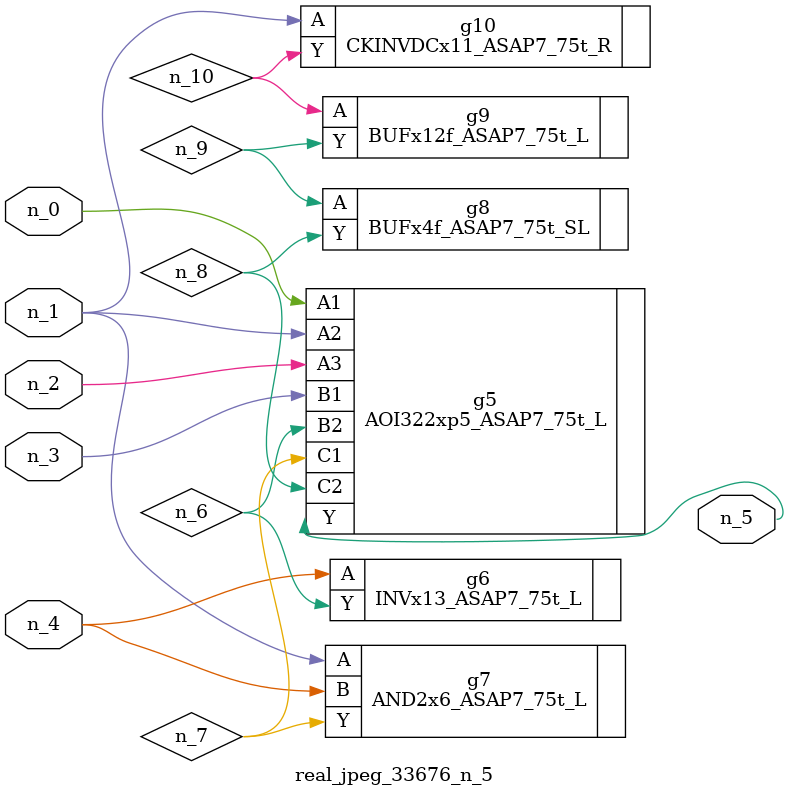
<source format=v>
module real_jpeg_33676_n_5 (n_4, n_0, n_1, n_2, n_3, n_5);

input n_4;
input n_0;
input n_1;
input n_2;
input n_3;

output n_5;

wire n_8;
wire n_6;
wire n_7;
wire n_10;
wire n_9;

AOI322xp5_ASAP7_75t_L g5 ( 
.A1(n_0),
.A2(n_1),
.A3(n_2),
.B1(n_3),
.B2(n_6),
.C1(n_7),
.C2(n_8),
.Y(n_5)
);

AND2x6_ASAP7_75t_L g7 ( 
.A(n_1),
.B(n_4),
.Y(n_7)
);

CKINVDCx11_ASAP7_75t_R g10 ( 
.A(n_1),
.Y(n_10)
);

INVx13_ASAP7_75t_L g6 ( 
.A(n_4),
.Y(n_6)
);

BUFx4f_ASAP7_75t_SL g8 ( 
.A(n_9),
.Y(n_8)
);

BUFx12f_ASAP7_75t_L g9 ( 
.A(n_10),
.Y(n_9)
);


endmodule
</source>
